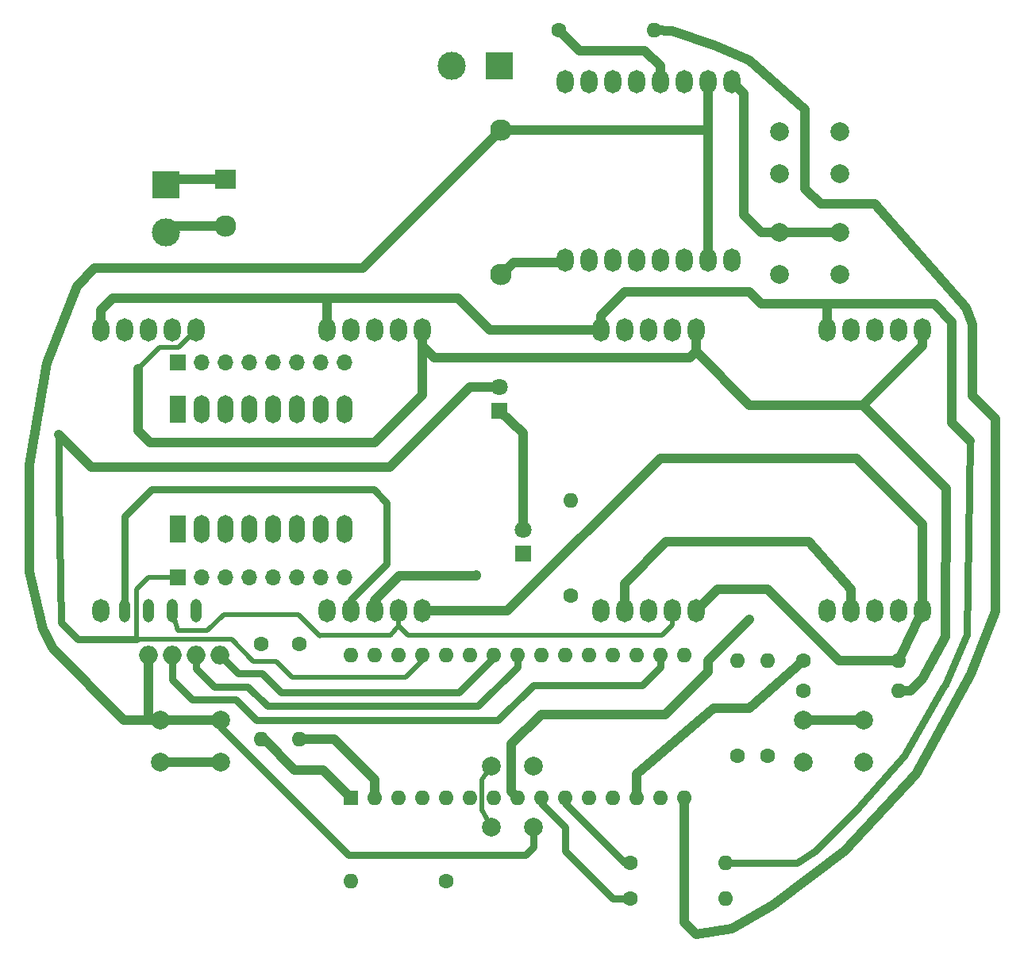
<source format=gbl>
G04 #@! TF.GenerationSoftware,KiCad,Pcbnew,(5.1.4)-1*
G04 #@! TF.CreationDate,2020-07-01T14:45:24+05:30*
G04 #@! TF.ProjectId,ClockTimer2,436c6f63-6b54-4696-9d65-72322e6b6963,rev?*
G04 #@! TF.SameCoordinates,Original*
G04 #@! TF.FileFunction,Copper,L2,Bot*
G04 #@! TF.FilePolarity,Positive*
%FSLAX46Y46*%
G04 Gerber Fmt 4.6, Leading zero omitted, Abs format (unit mm)*
G04 Created by KiCad (PCBNEW (5.1.4)-1) date 2020-07-01 14:45:24*
%MOMM*%
%LPD*%
G04 APERTURE LIST*
%ADD10R,1.700000X3.000000*%
%ADD11O,1.700000X3.000000*%
%ADD12O,1.600000X1.600000*%
%ADD13C,1.600000*%
%ADD14O,1.700000X1.700000*%
%ADD15R,1.700000X1.700000*%
%ADD16O,2.000000X2.000000*%
%ADD17C,2.000000*%
%ADD18O,1.800000X2.500000*%
%ADD19C,3.000000*%
%ADD20R,3.000000X3.000000*%
%ADD21O,1.200000X2.500000*%
%ADD22C,2.300000*%
%ADD23R,2.300000X2.000000*%
%ADD24C,1.800000*%
%ADD25R,1.800000X1.800000*%
%ADD26R,1.600000X1.600000*%
%ADD27C,1.000000*%
%ADD28C,1.000000*%
%ADD29C,0.750000*%
%ADD30C,0.500000*%
G04 APERTURE END LIST*
D10*
X104155551Y-86862460D03*
D11*
X106695551Y-86862460D03*
X109235551Y-86862460D03*
X111775551Y-86862460D03*
X114315551Y-86862460D03*
X116855551Y-86862460D03*
X119395551Y-86862460D03*
X121935551Y-86862460D03*
X121920871Y-74115418D03*
X119380871Y-74115418D03*
X116840871Y-74115418D03*
X114300871Y-74115418D03*
X111760871Y-74115418D03*
X109220871Y-74115418D03*
X106680871Y-74115418D03*
D10*
X104140871Y-74115418D03*
D12*
X113050000Y-109360000D03*
D13*
X113050000Y-99200000D03*
D12*
X117100000Y-109360000D03*
D13*
X117100000Y-99200000D03*
D14*
X121917827Y-69080705D03*
X119377827Y-69080705D03*
X116837827Y-69080705D03*
X114297827Y-69080705D03*
X111757827Y-69080705D03*
X109217827Y-69080705D03*
X106677827Y-69080705D03*
D15*
X104137827Y-69080705D03*
D14*
X121920000Y-92075000D03*
X119380000Y-92075000D03*
X116840000Y-92075000D03*
X114300000Y-92075000D03*
X111760000Y-92075000D03*
X109220000Y-92075000D03*
X106680000Y-92075000D03*
D15*
X104140000Y-92075000D03*
D16*
X108585000Y-100330000D03*
X106045000Y-100330000D03*
X103505000Y-100330000D03*
X100965000Y-100330000D03*
D13*
X144780000Y-33655000D03*
D12*
X154940000Y-33655000D03*
X146050000Y-83820000D03*
D13*
X146050000Y-93980000D03*
D12*
X162560000Y-126365000D03*
D13*
X152400000Y-126365000D03*
D12*
X162560000Y-122555000D03*
D13*
X152400000Y-122555000D03*
D12*
X122555000Y-124460000D03*
D13*
X132715000Y-124460000D03*
D12*
X163830000Y-100965000D03*
D13*
X163830000Y-111125000D03*
D12*
X180975000Y-100965000D03*
D13*
X170815000Y-100965000D03*
D12*
X180975000Y-104140000D03*
D13*
X170815000Y-104140000D03*
D12*
X167005000Y-100965000D03*
D13*
X167005000Y-111125000D03*
D17*
X108735000Y-111760000D03*
X108735000Y-107260000D03*
X102235000Y-111760000D03*
X102235000Y-107260000D03*
X137548018Y-118703639D03*
X142048018Y-118703639D03*
X137548018Y-112203639D03*
X142048018Y-112203639D03*
X170815000Y-107260000D03*
X170815000Y-111760000D03*
X177315000Y-107260000D03*
X177315000Y-111760000D03*
D18*
X183515000Y-95645000D03*
X183515000Y-65645000D03*
X180975000Y-95645000D03*
X180975000Y-65645000D03*
X178435000Y-95645000D03*
X178435000Y-65645000D03*
X175895000Y-95645000D03*
X175895000Y-65645000D03*
X173355000Y-95645000D03*
X173355000Y-65645000D03*
D19*
X102870000Y-55245000D03*
D20*
X102870000Y-50165000D03*
D19*
X133350000Y-37465000D03*
D20*
X138430000Y-37465000D03*
D18*
X163219479Y-39180225D03*
X163219479Y-58180225D03*
X160679479Y-39180225D03*
X160679479Y-58180225D03*
X158139479Y-39180225D03*
X158139479Y-58180225D03*
X155599479Y-39180225D03*
X155599479Y-58180225D03*
X153059479Y-39180225D03*
X153059479Y-58180225D03*
X150519479Y-39180225D03*
X150519479Y-58180225D03*
X147979479Y-39180225D03*
X147979479Y-58180225D03*
X145439479Y-39180225D03*
X145439479Y-58180225D03*
X159385000Y-95645000D03*
X159385000Y-65645000D03*
X156845000Y-95645000D03*
X156845000Y-65645000D03*
X154305000Y-95645000D03*
X154305000Y-65645000D03*
X151765000Y-95645000D03*
X151765000Y-65645000D03*
X149225000Y-95645000D03*
X149225000Y-65645000D03*
X130175000Y-95645000D03*
X130175000Y-65645000D03*
X127635000Y-95645000D03*
X127635000Y-65645000D03*
X125095000Y-95645000D03*
X125095000Y-65645000D03*
X122555000Y-95645000D03*
X122555000Y-65645000D03*
X120015000Y-95645000D03*
X120015000Y-65645000D03*
D21*
X106045000Y-95645000D03*
D18*
X106045000Y-65645000D03*
D21*
X103505000Y-95645000D03*
D18*
X103505000Y-65645000D03*
D21*
X100965000Y-95645000D03*
D18*
X100965000Y-65645000D03*
D21*
X98425000Y-95645000D03*
D18*
X98425000Y-65645000D03*
X95885000Y-95645000D03*
X95885000Y-65645000D03*
D17*
X174775000Y-55245000D03*
X174775000Y-59745000D03*
X168275000Y-55245000D03*
X168275000Y-59745000D03*
X174775000Y-44450000D03*
X174775000Y-48950000D03*
X168275000Y-44450000D03*
X168275000Y-48950000D03*
D22*
X138620000Y-59730000D03*
X109220000Y-54530000D03*
D23*
X109220000Y-49530000D03*
D22*
X138620000Y-44330000D03*
D24*
X140970000Y-86995000D03*
D25*
X140970000Y-89535000D03*
D24*
X138430000Y-71755000D03*
D25*
X138430000Y-74295000D03*
D12*
X158115000Y-100330000D03*
X158115000Y-115570000D03*
X122555000Y-100330000D03*
X155575000Y-115570000D03*
X125095000Y-100330000D03*
X153035000Y-115570000D03*
X127635000Y-100330000D03*
X150495000Y-115570000D03*
X130175000Y-100330000D03*
X147955000Y-115570000D03*
X132715000Y-100330000D03*
X145415000Y-115570000D03*
X135255000Y-100330000D03*
X142875000Y-115570000D03*
X137795000Y-100330000D03*
X140335000Y-115570000D03*
X140335000Y-100330000D03*
X137795000Y-115570000D03*
X142875000Y-100330000D03*
X135255000Y-115570000D03*
X145415000Y-100330000D03*
X132715000Y-115570000D03*
X147955000Y-100330000D03*
X130175000Y-115570000D03*
X150495000Y-100330000D03*
X127635000Y-115570000D03*
X153035000Y-100330000D03*
X125095000Y-115570000D03*
X155575000Y-100330000D03*
D26*
X122555000Y-115570000D03*
D27*
X91440000Y-76835000D03*
X165100000Y-96520000D03*
X135931450Y-91840115D03*
D28*
X158115000Y-128905000D02*
X158115000Y-115570000D01*
X159385000Y-130175000D02*
X158115000Y-128905000D01*
X171046797Y-50530455D02*
X172720000Y-52203658D01*
X171046797Y-42141797D02*
X171046797Y-50530455D01*
X178426980Y-52203658D02*
X188218430Y-63241570D01*
X165100000Y-36830000D02*
X171046797Y-42141797D01*
X172720000Y-52203658D02*
X178426980Y-52203658D01*
X191313202Y-75108202D02*
X191313202Y-95706798D01*
X188218430Y-63241570D02*
X188880749Y-65055749D01*
X188880749Y-65055749D02*
X188880749Y-72675749D01*
X188880749Y-72675749D02*
X191313202Y-75108202D01*
X191313202Y-95706798D02*
X188743167Y-102383167D01*
X188743167Y-102383167D02*
X182880000Y-113030000D01*
X182880000Y-113030000D02*
X175260000Y-121285000D01*
X175260000Y-121285000D02*
X167640000Y-127000000D01*
X167640000Y-127000000D02*
X163195000Y-129540000D01*
X163195000Y-129540000D02*
X159385000Y-130175000D01*
X161514117Y-35335883D02*
X165100000Y-36830000D01*
X156900702Y-33710702D02*
X154940000Y-33655000D01*
X161514117Y-35335883D02*
X156900702Y-33710702D01*
D29*
X160710000Y-49585000D02*
X160655000Y-49530000D01*
D28*
X160677467Y-49617533D02*
X160677467Y-58174945D01*
D29*
X160710000Y-49585000D02*
X160677467Y-49617533D01*
X160655000Y-39197412D02*
X160677467Y-39174945D01*
D28*
X160655000Y-49530000D02*
X160655000Y-39197412D01*
D29*
X160655000Y-44330000D02*
X160655000Y-49530000D01*
D28*
X138620000Y-44330000D02*
X160655000Y-44330000D01*
X108735000Y-107260000D02*
X102235000Y-107260000D01*
D29*
X138620000Y-44330000D02*
X138550000Y-44330000D01*
D28*
X100965000Y-100330000D02*
X100965000Y-107315000D01*
X93345000Y-60960000D02*
X95250000Y-59055000D01*
X95250000Y-59055000D02*
X123895000Y-59055000D01*
X90170000Y-69215000D02*
X93345000Y-60960000D01*
X98370000Y-107260000D02*
X90804999Y-99694999D01*
X102235000Y-107260000D02*
X98370000Y-107260000D01*
X90804999Y-99694999D02*
X89746666Y-97578334D01*
X89746666Y-97578334D02*
X88265000Y-91440000D01*
X88265000Y-91440000D02*
X88265000Y-80010000D01*
X123895000Y-59055000D02*
X138620000Y-44330000D01*
X88265000Y-80010000D02*
X90170000Y-69215000D01*
D29*
X142048018Y-120841982D02*
X142048018Y-118703639D01*
X141225843Y-121664157D02*
X142048018Y-120841982D01*
X122299157Y-121664157D02*
X141225843Y-121664157D01*
X108735000Y-107260000D02*
X108735000Y-108100000D01*
X108735000Y-108100000D02*
X122299157Y-121664157D01*
D28*
X170815000Y-100965000D02*
X165100000Y-106045000D01*
X165100000Y-106045000D02*
X161290000Y-106045000D01*
X161290000Y-106045000D02*
X153035000Y-113030000D01*
X153035000Y-113030000D02*
X153035000Y-115570000D01*
X139930000Y-58420000D02*
X138620000Y-59730000D01*
X145439479Y-58180225D02*
X145199704Y-58420000D01*
X145199704Y-58420000D02*
X139930000Y-58420000D01*
D29*
X91440000Y-83185000D02*
X91715331Y-96879669D01*
X91440000Y-76835000D02*
X91440000Y-83185000D01*
D30*
X104140000Y-92075000D02*
X100965000Y-92075000D01*
X100965000Y-92075000D02*
X99695000Y-93345000D01*
X99695000Y-93345000D02*
X99711839Y-98665287D01*
D29*
X98510248Y-98657252D02*
X99711839Y-98665287D01*
X91715331Y-96879669D02*
X93492914Y-98657252D01*
X93492914Y-98657252D02*
X98510248Y-98657252D01*
D30*
X130175000Y-100965000D02*
X130175000Y-100330000D01*
X109865287Y-98665287D02*
X112200000Y-101000000D01*
X99711839Y-98665287D02*
X109865287Y-98665287D01*
X112200000Y-101000000D02*
X114600000Y-101000000D01*
X114600000Y-101000000D02*
X116340070Y-102740070D01*
X116340070Y-102740070D02*
X128399930Y-102740070D01*
X128399930Y-102740070D02*
X130175000Y-100965000D01*
D28*
X135255000Y-71755000D02*
X138430000Y-71755000D01*
X126710000Y-80300000D02*
X135255000Y-71755000D01*
X91440000Y-76835000D02*
X94905000Y-80300000D01*
X94905000Y-80300000D02*
X126710000Y-80300000D01*
D29*
X151765000Y-122555000D02*
X152400000Y-122555000D01*
X145415000Y-115570000D02*
X145415000Y-116205000D01*
X145415000Y-116205000D02*
X151765000Y-122555000D01*
X142875000Y-115570000D02*
X142875000Y-116205000D01*
X152400000Y-126365000D02*
X150495000Y-126365000D01*
X150495000Y-126365000D02*
X145415000Y-121285000D01*
X145415000Y-121285000D02*
X145415000Y-118745000D01*
X142875000Y-116205000D02*
X145415000Y-118745000D01*
X137795000Y-100647500D02*
X137795000Y-100330000D01*
X134088268Y-104354232D02*
X137795000Y-100647500D01*
X115154232Y-104354232D02*
X134088268Y-104354232D01*
X113100000Y-102300000D02*
X115154232Y-104354232D01*
X108585000Y-100330000D02*
X110555000Y-102300000D01*
X110555000Y-102300000D02*
X113100000Y-102300000D01*
D28*
X139700000Y-114935000D02*
X140335000Y-115570000D01*
X160655000Y-100965000D02*
X160655000Y-102126554D01*
X165100000Y-96520000D02*
X160655000Y-100965000D01*
X160655000Y-102126554D02*
X156101554Y-106680000D01*
X156101554Y-106680000D02*
X142875000Y-106680000D01*
X142875000Y-106680000D02*
X139700000Y-109855000D01*
X139700000Y-109855000D02*
X139700000Y-114935000D01*
D29*
X140335000Y-101600000D02*
X140335000Y-100330000D01*
X106045000Y-101761910D02*
X107983090Y-103700000D01*
X106045000Y-100330000D02*
X106045000Y-101761910D01*
X107983090Y-103700000D02*
X111600000Y-103700000D01*
X111600000Y-103700000D02*
X113706979Y-105806979D01*
X113706979Y-105806979D02*
X136128021Y-105806979D01*
X136128021Y-105806979D02*
X140335000Y-101600000D01*
D28*
X108735000Y-111760000D02*
X102235000Y-111760000D01*
X135931450Y-91840115D02*
X135923797Y-91847768D01*
X125095000Y-94505000D02*
X125095000Y-95645000D01*
X135923797Y-91847768D02*
X127752232Y-91847768D01*
X127752232Y-91847768D02*
X125095000Y-94505000D01*
D30*
X137548018Y-112203639D02*
X136525000Y-113665000D01*
X136525000Y-113665000D02*
X136525000Y-116840000D01*
X136525000Y-116840000D02*
X137548018Y-118703639D01*
D28*
X170815000Y-107260000D02*
X177315000Y-107260000D01*
X120790000Y-109360000D02*
X117100000Y-109360000D01*
X125095000Y-115570000D02*
X125095000Y-113665000D01*
X125095000Y-113665000D02*
X120790000Y-109360000D01*
D29*
X155575000Y-101600000D02*
X155575000Y-100330000D01*
X153632082Y-103542918D02*
X155575000Y-101600000D01*
X142045878Y-103542918D02*
X153632082Y-103542918D01*
X103505000Y-102961294D02*
X105643706Y-105100000D01*
X103505000Y-100330000D02*
X103505000Y-102961294D01*
X110300000Y-105100000D02*
X112515000Y-107315000D01*
X112515000Y-107315000D02*
X138273796Y-107315000D01*
X105643706Y-105100000D02*
X110300000Y-105100000D01*
X138273796Y-107315000D02*
X142045878Y-103542918D01*
D28*
X113360000Y-109360000D02*
X113050000Y-109360000D01*
X116600000Y-112600000D02*
X113360000Y-109360000D01*
X122555000Y-115570000D02*
X119585000Y-112600000D01*
X119585000Y-112600000D02*
X116600000Y-112600000D01*
X140970000Y-86995000D02*
X140970000Y-76678185D01*
X138430000Y-74295000D02*
X140970000Y-76678185D01*
X103585000Y-54530000D02*
X109220000Y-54530000D01*
X102870000Y-55245000D02*
X103585000Y-54530000D01*
X103505000Y-49530000D02*
X102870000Y-50165000D01*
X109220000Y-49530000D02*
X103505000Y-49530000D01*
X166370000Y-55245000D02*
X174775000Y-55245000D01*
X164465000Y-53340000D02*
X166370000Y-55245000D01*
X163219479Y-39180225D02*
X164465000Y-40425746D01*
X164465000Y-40425746D02*
X164465000Y-53340000D01*
X159385000Y-65645000D02*
X159385000Y-67945000D01*
X183515000Y-65645000D02*
X183515000Y-67310000D01*
X130175000Y-67310000D02*
X130175000Y-65645000D01*
X158750000Y-68580000D02*
X159385000Y-67945000D01*
X130175000Y-67310000D02*
X131445000Y-68580000D01*
X131445000Y-68580000D02*
X158750000Y-68580000D01*
X183515000Y-67310000D02*
X177165000Y-73660000D01*
X165100000Y-73660000D02*
X177165000Y-73660000D01*
X159385000Y-67945000D02*
X165100000Y-73660000D01*
X180975000Y-104140000D02*
X182245000Y-104140000D01*
X182245000Y-104140000D02*
X183515000Y-102870000D01*
X186055000Y-82550000D02*
X186009643Y-98379643D01*
X186009643Y-98379643D02*
X183515000Y-102870000D01*
X186055000Y-82550000D02*
X177165000Y-73660000D01*
D30*
X104190000Y-67500000D02*
X102200000Y-67500000D01*
X106045000Y-65645000D02*
X104190000Y-67500000D01*
X102200000Y-67500000D02*
X99900000Y-69800000D01*
D28*
X130175000Y-72625000D02*
X130175000Y-65645000D01*
X125100000Y-77700000D02*
X130175000Y-72625000D01*
X101200000Y-77700000D02*
X125100000Y-77700000D01*
X99900000Y-69800000D02*
X99900000Y-76400000D01*
X99900000Y-76400000D02*
X101200000Y-77700000D01*
X183515000Y-95645000D02*
X180975000Y-100965000D01*
X174625000Y-100965000D02*
X180975000Y-100965000D01*
X167005000Y-93345000D02*
X174625000Y-100965000D01*
X159385000Y-95645000D02*
X161685000Y-93345000D01*
X161685000Y-93345000D02*
X167005000Y-93345000D01*
X139305000Y-95645000D02*
X130175000Y-95645000D01*
X155575000Y-79375000D02*
X139305000Y-95645000D01*
X176530000Y-79375000D02*
X155575000Y-79375000D01*
X183515000Y-95645000D02*
X183515000Y-86360000D01*
X183515000Y-86360000D02*
X176530000Y-79375000D01*
D30*
X156845000Y-96045000D02*
X156845000Y-95645000D01*
X156845000Y-97155000D02*
X156845000Y-95645000D01*
X155750795Y-98249205D02*
X156845000Y-97155000D01*
X128649205Y-98249205D02*
X155750795Y-98249205D01*
X127635000Y-95645000D02*
X127635000Y-97235000D01*
X127635000Y-97235000D02*
X128649205Y-98249205D01*
X109600000Y-96000000D02*
X115600000Y-96000000D01*
X109000000Y-96000000D02*
X109600000Y-96000000D01*
X107275010Y-97724990D02*
X109000000Y-96000000D01*
X103505000Y-95645000D02*
X104140000Y-97724990D01*
X104140000Y-97724990D02*
X107275010Y-97724990D01*
X117000000Y-96000000D02*
X109600000Y-96000000D01*
X119300000Y-98300000D02*
X117000000Y-96000000D01*
X119259943Y-98259943D02*
X119200000Y-98200000D01*
X127635000Y-97235000D02*
X126790058Y-98259943D01*
X126790058Y-98259943D02*
X119259943Y-98259943D01*
X151765000Y-95245000D02*
X151765000Y-95645000D01*
D28*
X175895000Y-95645000D02*
X175895000Y-93345000D01*
X175895000Y-93345000D02*
X171450000Y-88265000D01*
X171450000Y-88265000D02*
X156210000Y-88265000D01*
X156210000Y-88265000D02*
X151765000Y-92710000D01*
X151765000Y-92710000D02*
X151765000Y-95645000D01*
D30*
X122555000Y-95645000D02*
X122555000Y-94745000D01*
D29*
X98425000Y-85575000D02*
X98425000Y-95645000D01*
X122555000Y-94445000D02*
X126365000Y-90635000D01*
X122555000Y-94745000D02*
X122555000Y-94445000D01*
X126365000Y-90635000D02*
X126365000Y-84065000D01*
X126365000Y-84065000D02*
X125000000Y-82700000D01*
X125000000Y-82700000D02*
X101300000Y-82700000D01*
X101300000Y-82700000D02*
X98425000Y-85575000D01*
D28*
X173355000Y-62865000D02*
X166370000Y-62865000D01*
X173355000Y-65645000D02*
X173355000Y-62865000D01*
X120015000Y-63085910D02*
X120015000Y-63500000D01*
X120015000Y-62865000D02*
X120015000Y-63085910D01*
X184785000Y-62865000D02*
X186690000Y-64770000D01*
X170815000Y-62865000D02*
X184785000Y-62865000D01*
X186690000Y-64770000D02*
X186690000Y-75565000D01*
X120015000Y-62230000D02*
X120015000Y-65645000D01*
X97155000Y-62230000D02*
X120015000Y-62230000D01*
X95885000Y-65645000D02*
X95885000Y-63500000D01*
X95885000Y-63500000D02*
X97155000Y-62230000D01*
X149225000Y-64135000D02*
X149225000Y-65645000D01*
X151765000Y-61595000D02*
X149225000Y-64135000D01*
X166370000Y-62865000D02*
X165100000Y-61595000D01*
X165100000Y-61595000D02*
X151765000Y-61595000D01*
X133985000Y-62230000D02*
X120015000Y-62230000D01*
X149225000Y-65645000D02*
X137400000Y-65645000D01*
X137400000Y-65645000D02*
X133985000Y-62230000D01*
X186690000Y-75565000D02*
X188595000Y-77470000D01*
D29*
X188250656Y-98134344D02*
X185996612Y-103446612D01*
X188250656Y-98134344D02*
X188595000Y-77470000D01*
X185750890Y-103809110D02*
X181610000Y-111125000D01*
X185996612Y-103446612D02*
X185750890Y-103809110D01*
X181610000Y-111125000D02*
X176530000Y-116840000D01*
X176530000Y-116840000D02*
X172085000Y-121285000D01*
X172085000Y-121285000D02*
X170180000Y-122555000D01*
X170180000Y-122555000D02*
X162560000Y-122555000D01*
D30*
X155599479Y-39180225D02*
X155575000Y-39155746D01*
D28*
X146929256Y-35804256D02*
X144780000Y-33655000D01*
X153914256Y-35804256D02*
X146929256Y-35804256D01*
X155599479Y-39180225D02*
X155575000Y-37465000D01*
X155575000Y-37465000D02*
X153914256Y-35804256D01*
M02*

</source>
